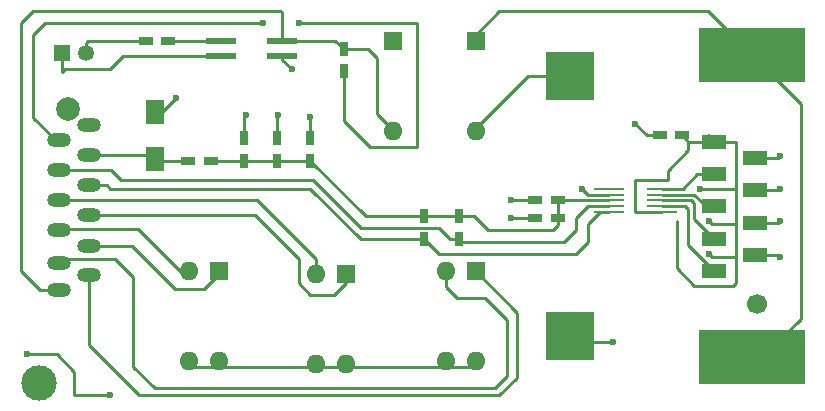
<source format=gbr>
G04 #@! TF.FileFunction,Copper,L1,Top,Signal*
%FSLAX46Y46*%
G04 Gerber Fmt 4.6, Leading zero omitted, Abs format (unit mm)*
G04 Created by KiCad (PCBNEW 4.0.4+e1-6308~48~ubuntu14.04.1-stable) date Wed Jan  4 17:00:53 2017*
%MOMM*%
%LPD*%
G01*
G04 APERTURE LIST*
%ADD10C,0.100000*%
%ADD11R,0.750000X1.200000*%
%ADD12R,1.200000X0.750000*%
%ADD13R,1.350000X1.350000*%
%ADD14C,1.350000*%
%ADD15R,2.500000X0.600000*%
%ADD16R,2.500000X0.270000*%
%ADD17R,4.064000X4.064000*%
%ADD18R,1.600000X2.000000*%
%ADD19R,9.000000X4.600000*%
%ADD20R,2.100000X1.200000*%
%ADD21C,1.700000*%
%ADD22C,3.000000*%
%ADD23R,1.600000X1.600000*%
%ADD24O,1.600000X1.600000*%
%ADD25O,2.000000X1.200000*%
%ADD26C,2.000000*%
%ADD27C,0.600000*%
%ADD28C,0.250000*%
G04 APERTURE END LIST*
D10*
D11*
X172200000Y-102150000D03*
X172200000Y-100250000D03*
X175000000Y-102150000D03*
X175000000Y-100250000D03*
D12*
X206450000Y-100000000D03*
X204550000Y-100000000D03*
D11*
X169400000Y-102150000D03*
X169400000Y-100250000D03*
D12*
X195950000Y-107000000D03*
X194050000Y-107000000D03*
X195950000Y-105500000D03*
X194050000Y-105500000D03*
X164650000Y-102200000D03*
X166550000Y-102200000D03*
D13*
X154000000Y-93000000D03*
D14*
X156000000Y-93000000D03*
D12*
X162950000Y-92000000D03*
X161050000Y-92000000D03*
D11*
X177800000Y-94550000D03*
X177800000Y-92650000D03*
X184600000Y-106850000D03*
X184600000Y-108750000D03*
X187600000Y-106850000D03*
X187600000Y-108750000D03*
D15*
X172600000Y-91965000D03*
X167400000Y-91965000D03*
X172600000Y-93235000D03*
X167400000Y-93235000D03*
D16*
X200250000Y-106500000D03*
X204750000Y-106500000D03*
X200250000Y-106000000D03*
X204750000Y-106000000D03*
X200250000Y-105500000D03*
X204750000Y-105500000D03*
X200250000Y-105000000D03*
X204750000Y-105000000D03*
X200250000Y-104500000D03*
X204750000Y-104500000D03*
D17*
X197000000Y-117000000D03*
X197000000Y-95000000D03*
D18*
X161800000Y-102000000D03*
X161800000Y-98000000D03*
D19*
X212400000Y-93225000D03*
D20*
X209200000Y-100520000D03*
X212600000Y-101890000D03*
X209200000Y-103260000D03*
X212600000Y-104630000D03*
X209200000Y-106000000D03*
X212600000Y-107370000D03*
X209200000Y-108740000D03*
X212600000Y-110110000D03*
X209200000Y-111480000D03*
D19*
X212400000Y-118775000D03*
D21*
X212800000Y-114300000D03*
D22*
X152000000Y-121000000D03*
D23*
X167250000Y-111500000D03*
D24*
X164710000Y-119120000D03*
X164710000Y-111500000D03*
X167250000Y-119120000D03*
D23*
X189000000Y-92000000D03*
D24*
X189000000Y-99620000D03*
D23*
X178000000Y-111750000D03*
D24*
X175460000Y-119370000D03*
X175460000Y-111750000D03*
X178000000Y-119370000D03*
D23*
X189000000Y-111500000D03*
D24*
X186460000Y-119120000D03*
X186460000Y-111500000D03*
X189000000Y-119120000D03*
D23*
X182000000Y-92000000D03*
D24*
X182000000Y-99620000D03*
D25*
X156270000Y-99150000D03*
X153730000Y-100420000D03*
X156270000Y-101690000D03*
X153730000Y-102966000D03*
X156270000Y-104230000D03*
X153730000Y-105500000D03*
X156270000Y-106770000D03*
X153730000Y-108040000D03*
X156270000Y-109400000D03*
X153730000Y-110780000D03*
X156270000Y-111850000D03*
X153730000Y-113120000D03*
D26*
X154470000Y-97800000D03*
D27*
X172250000Y-98250000D03*
X169500000Y-98250000D03*
X214750000Y-110250000D03*
X214750000Y-107250000D03*
X214750000Y-101750000D03*
X214750000Y-104500000D03*
X202500000Y-99000000D03*
X198000000Y-104500000D03*
X192000000Y-105500000D03*
X192000000Y-107000000D03*
X163600000Y-96800000D03*
X200600000Y-117500000D03*
X175000000Y-98400000D03*
X173400000Y-94400000D03*
X208750000Y-110000000D03*
X208750000Y-107250000D03*
X208000000Y-104500000D03*
X174000000Y-90500000D03*
X171000000Y-90500000D03*
X151000000Y-118500000D03*
X158000000Y-122000000D03*
D28*
X156270000Y-101690000D02*
X161490000Y-101690000D01*
X161490000Y-101690000D02*
X161800000Y-102000000D01*
X195950000Y-107000000D02*
X195950000Y-105500000D01*
X195950000Y-105500000D02*
X200250000Y-105500000D01*
X187600000Y-106850000D02*
X188850000Y-106850000D01*
X195950000Y-107550000D02*
X195950000Y-107000000D01*
X195500000Y-108000000D02*
X195950000Y-107550000D01*
X190000000Y-108000000D02*
X195500000Y-108000000D01*
X188850000Y-106850000D02*
X190000000Y-108000000D01*
X184600000Y-106850000D02*
X179700000Y-106850000D01*
X179700000Y-106850000D02*
X175000000Y-102150000D01*
X187600000Y-106850000D02*
X184600000Y-106850000D01*
X172200000Y-102150000D02*
X175000000Y-102150000D01*
X169400000Y-102150000D02*
X172200000Y-102150000D01*
X166550000Y-102200000D02*
X169350000Y-102200000D01*
X169350000Y-102200000D02*
X169400000Y-102150000D01*
X161800000Y-102150000D02*
X164600000Y-102150000D01*
X164600000Y-102150000D02*
X164650000Y-102200000D01*
X155600000Y-101600000D02*
X157200000Y-101600000D01*
X172200000Y-100250000D02*
X172200000Y-98300000D01*
X172200000Y-98300000D02*
X172250000Y-98250000D01*
X169400000Y-100250000D02*
X169400000Y-98350000D01*
X169400000Y-98350000D02*
X169500000Y-98250000D01*
X212600000Y-110110000D02*
X214610000Y-110110000D01*
X214610000Y-110110000D02*
X214750000Y-110250000D01*
X212600000Y-107370000D02*
X214630000Y-107370000D01*
X214630000Y-107370000D02*
X214750000Y-107250000D01*
X212600000Y-104630000D02*
X214620000Y-104630000D01*
X214610000Y-101890000D02*
X214750000Y-101750000D01*
X212600000Y-101890000D02*
X214610000Y-101890000D01*
X214620000Y-104630000D02*
X214750000Y-104500000D01*
X212600000Y-101890000D02*
X212500000Y-101790000D01*
X212500000Y-101790000D02*
X212600000Y-101890000D01*
X203500000Y-100000000D02*
X204550000Y-100000000D01*
X203550000Y-100000000D02*
X203500000Y-100000000D01*
X203500000Y-100000000D02*
X202500000Y-99000000D01*
X200250000Y-105000000D02*
X198500000Y-105000000D01*
X198500000Y-105000000D02*
X198000000Y-104500000D01*
X194050000Y-105500000D02*
X192000000Y-105500000D01*
X194050000Y-107000000D02*
X192000000Y-107000000D01*
X195000000Y-95000000D02*
X193420000Y-95000000D01*
X193420000Y-95000000D02*
X188600000Y-99820000D01*
X161800000Y-98000000D02*
X162400000Y-98000000D01*
X162400000Y-98000000D02*
X163600000Y-96800000D01*
X195000000Y-117500000D02*
X200400000Y-117500000D01*
X200400000Y-117500000D02*
X200600000Y-117500000D01*
X172600000Y-93235000D02*
X172600000Y-93600000D01*
X172600000Y-93600000D02*
X173400000Y-94400000D01*
X175000000Y-100250000D02*
X175000000Y-98400000D01*
X211000000Y-110250000D02*
X209000000Y-110250000D01*
X209000000Y-110250000D02*
X208750000Y-110000000D01*
X211000000Y-107500000D02*
X209000000Y-107500000D01*
X209000000Y-107500000D02*
X208750000Y-107250000D01*
X211000000Y-104500000D02*
X208000000Y-104500000D01*
X209200000Y-100520000D02*
X210980000Y-100520000D01*
X206000000Y-111250000D02*
X206000000Y-107250000D01*
X207500000Y-112750000D02*
X206000000Y-111250000D01*
X210750000Y-112750000D02*
X207500000Y-112750000D01*
X211000000Y-112500000D02*
X210750000Y-112750000D01*
X211000000Y-100540000D02*
X211000000Y-104500000D01*
X211000000Y-104500000D02*
X211000000Y-107500000D01*
X211000000Y-107500000D02*
X211000000Y-110250000D01*
X211000000Y-110250000D02*
X211000000Y-112500000D01*
X210980000Y-100520000D02*
X211000000Y-100540000D01*
X206450000Y-100000000D02*
X206480000Y-100000000D01*
X206480000Y-100000000D02*
X207000000Y-100520000D01*
X209200000Y-100520000D02*
X207000000Y-100520000D01*
X207000000Y-100520000D02*
X207000000Y-100500000D01*
X204750000Y-106500000D02*
X202500000Y-106500000D01*
X202500000Y-106500000D02*
X202500000Y-103750000D01*
X202500000Y-103750000D02*
X205250000Y-103750000D01*
X205250000Y-103750000D02*
X205250000Y-103000000D01*
X205250000Y-103000000D02*
X207000000Y-101250000D01*
X207000000Y-101250000D02*
X207000000Y-100500000D01*
X208680000Y-100000000D02*
X209200000Y-100520000D01*
X154000000Y-93000000D02*
X154000000Y-94600000D01*
X159165000Y-93235000D02*
X167400000Y-93235000D01*
X158000000Y-94400000D02*
X159165000Y-93235000D01*
X154200000Y-94400000D02*
X158000000Y-94400000D01*
X154000000Y-94600000D02*
X154200000Y-94400000D01*
X161050000Y-92000000D02*
X156200000Y-92000000D01*
X156000000Y-92200000D02*
X156000000Y-93000000D01*
X156200000Y-92000000D02*
X156000000Y-92200000D01*
X153730000Y-100420000D02*
X153420000Y-100420000D01*
X153420000Y-100420000D02*
X151500000Y-98500000D01*
X177800000Y-98800000D02*
X177800000Y-94550000D01*
X180000000Y-101000000D02*
X177800000Y-98800000D01*
X184000000Y-101000000D02*
X180000000Y-101000000D01*
X184000000Y-90500000D02*
X184000000Y-101000000D01*
X174000000Y-90500000D02*
X184000000Y-90500000D01*
X152500000Y-90500000D02*
X171000000Y-90500000D01*
X151500000Y-91500000D02*
X152500000Y-90500000D01*
X151500000Y-98500000D02*
X151500000Y-91500000D01*
X153500000Y-118500000D02*
X151000000Y-118500000D01*
X155000000Y-120000000D02*
X153500000Y-118500000D01*
X155000000Y-122000000D02*
X155000000Y-120000000D01*
X158000000Y-122000000D02*
X155000000Y-122000000D01*
X167000000Y-119620000D02*
X175460000Y-119620000D01*
X175460000Y-119620000D02*
X178000000Y-119620000D01*
X178000000Y-119620000D02*
X186460000Y-119620000D01*
X186460000Y-119620000D02*
X189000000Y-119620000D01*
X164460000Y-119620000D02*
X167000000Y-119620000D01*
X156270000Y-104230000D02*
X157730000Y-104230000D01*
X179250000Y-108750000D02*
X184600000Y-108750000D01*
X175000000Y-104500000D02*
X179250000Y-108750000D01*
X158000000Y-104500000D02*
X175000000Y-104500000D01*
X157730000Y-104230000D02*
X158000000Y-104500000D01*
X200250000Y-106500000D02*
X199500000Y-106500000D01*
X199500000Y-106500000D02*
X198500000Y-107500000D01*
X198500000Y-107500000D02*
X198500000Y-109000000D01*
X198500000Y-109000000D02*
X197500000Y-110000000D01*
X197500000Y-110000000D02*
X185850000Y-110000000D01*
X185850000Y-110000000D02*
X184600000Y-108750000D01*
X187600000Y-108750000D02*
X186850000Y-108750000D01*
X158116000Y-102966000D02*
X153730000Y-102966000D01*
X158950000Y-103800000D02*
X158116000Y-102966000D01*
X175250000Y-103800000D02*
X158950000Y-103800000D01*
X179250000Y-107800000D02*
X175250000Y-103800000D01*
X185900000Y-107800000D02*
X179250000Y-107800000D01*
X186850000Y-108750000D02*
X185900000Y-107800000D01*
X200250000Y-106000000D02*
X198500000Y-106000000D01*
X196500000Y-109000000D02*
X187850000Y-109000000D01*
X197500000Y-108000000D02*
X196500000Y-109000000D01*
X197500000Y-107000000D02*
X197500000Y-108000000D01*
X198500000Y-106000000D02*
X197500000Y-107000000D01*
X187850000Y-109000000D02*
X187600000Y-108750000D01*
X175460000Y-111750000D02*
X175460000Y-110460000D01*
X170500000Y-105500000D02*
X153730000Y-105500000D01*
X175460000Y-110460000D02*
X170500000Y-105500000D01*
X178000000Y-111750000D02*
X178000000Y-112500000D01*
X178000000Y-112500000D02*
X177000000Y-113500000D01*
X177000000Y-113500000D02*
X175000000Y-113500000D01*
X175000000Y-113500000D02*
X174000000Y-112500000D01*
X174000000Y-112500000D02*
X174000000Y-110500000D01*
X174000000Y-110500000D02*
X170270000Y-106770000D01*
X170270000Y-106770000D02*
X156270000Y-106770000D01*
X156500000Y-107905000D02*
X153865000Y-107905000D01*
X153865000Y-107905000D02*
X153730000Y-108040000D01*
X160365000Y-107905000D02*
X164460000Y-112000000D01*
X156270000Y-107905000D02*
X156500000Y-107905000D01*
X156500000Y-107905000D02*
X160365000Y-107905000D01*
X167250000Y-111500000D02*
X167250000Y-111750000D01*
X167250000Y-111750000D02*
X166000000Y-113000000D01*
X166000000Y-113000000D02*
X163500000Y-113000000D01*
X163500000Y-113000000D02*
X159900000Y-109400000D01*
X159900000Y-109400000D02*
X156270000Y-109400000D01*
X156500000Y-110445000D02*
X154065000Y-110445000D01*
X154065000Y-110445000D02*
X153730000Y-110780000D01*
X186460000Y-112000000D02*
X186460000Y-112860000D01*
X186460000Y-112860000D02*
X187400000Y-113800000D01*
X187400000Y-113800000D02*
X189800000Y-113800000D01*
X189800000Y-113800000D02*
X191600000Y-115600000D01*
X191600000Y-115600000D02*
X191600000Y-120400000D01*
X191600000Y-120400000D02*
X190600000Y-121400000D01*
X190600000Y-121400000D02*
X161800000Y-121400000D01*
X161800000Y-121400000D02*
X160000000Y-119600000D01*
X160000000Y-119600000D02*
X160000000Y-112000000D01*
X160000000Y-112000000D02*
X158445000Y-110445000D01*
X158445000Y-110445000D02*
X156500000Y-110445000D01*
X156500000Y-110445000D02*
X156270000Y-110445000D01*
X156270000Y-111850000D02*
X156270000Y-117770000D01*
X192500000Y-115000000D02*
X189000000Y-111500000D01*
X192500000Y-120500000D02*
X192500000Y-115000000D01*
X191000000Y-122000000D02*
X192500000Y-120500000D01*
X160500000Y-122000000D02*
X191000000Y-122000000D01*
X156270000Y-117770000D02*
X160500000Y-122000000D01*
X172600000Y-91965000D02*
X172600000Y-89600000D01*
X152120000Y-113120000D02*
X153730000Y-113120000D01*
X150500000Y-111500000D02*
X152120000Y-113120000D01*
X150500000Y-90500000D02*
X150500000Y-111500000D01*
X151500000Y-89500000D02*
X150500000Y-90500000D01*
X172500000Y-89500000D02*
X151500000Y-89500000D01*
X172600000Y-89600000D02*
X172500000Y-89500000D01*
X177800000Y-92650000D02*
X179850000Y-92650000D01*
X180600000Y-98220000D02*
X182200000Y-99820000D01*
X180600000Y-93400000D02*
X180600000Y-98220000D01*
X179850000Y-92650000D02*
X180600000Y-93400000D01*
X172600000Y-91965000D02*
X177115000Y-91965000D01*
X177115000Y-91965000D02*
X177800000Y-92650000D01*
X212400000Y-118775000D02*
X213225000Y-118775000D01*
X213225000Y-118775000D02*
X216500000Y-115500000D01*
X216500000Y-115500000D02*
X216500000Y-97325000D01*
X216500000Y-97325000D02*
X212400000Y-93225000D01*
X189000000Y-92000000D02*
X189000000Y-91500000D01*
X189000000Y-91500000D02*
X191000000Y-89500000D01*
X191000000Y-89500000D02*
X208675000Y-89500000D01*
X208675000Y-89500000D02*
X212400000Y-93225000D01*
X167400000Y-91965000D02*
X162985000Y-91965000D01*
X162985000Y-91965000D02*
X162950000Y-92000000D01*
X204750000Y-104500000D02*
X206500000Y-104500000D01*
X207740000Y-103260000D02*
X209200000Y-103260000D01*
X206500000Y-104500000D02*
X207740000Y-103260000D01*
X205750000Y-104500000D02*
X204750000Y-104500000D01*
X209200000Y-106000000D02*
X208500000Y-106000000D01*
X208500000Y-106000000D02*
X207500000Y-105000000D01*
X207500000Y-105000000D02*
X204750000Y-105000000D01*
X204750000Y-105500000D02*
X207250000Y-105500000D01*
X207500000Y-107040000D02*
X209200000Y-108740000D01*
X207500000Y-105750000D02*
X207500000Y-107040000D01*
X207250000Y-105500000D02*
X207500000Y-105750000D01*
X204750000Y-106000000D02*
X206750000Y-106000000D01*
X207000000Y-109280000D02*
X209200000Y-111480000D01*
X207000000Y-106250000D02*
X207000000Y-109280000D01*
X206750000Y-106000000D02*
X207000000Y-106250000D01*
M02*

</source>
